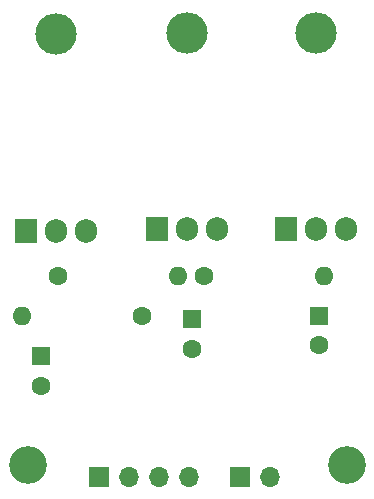
<source format=gbr>
%TF.GenerationSoftware,KiCad,Pcbnew,7.0.0-da2b9df05c~163~ubuntu20.04.1*%
%TF.CreationDate,2023-02-22T20:56:31-05:00*%
%TF.ProjectId,rgb_sw,7267625f-7377-42e6-9b69-6361645f7063,V1.0.0*%
%TF.SameCoordinates,Original*%
%TF.FileFunction,Soldermask,Bot*%
%TF.FilePolarity,Negative*%
%FSLAX46Y46*%
G04 Gerber Fmt 4.6, Leading zero omitted, Abs format (unit mm)*
G04 Created by KiCad (PCBNEW 7.0.0-da2b9df05c~163~ubuntu20.04.1) date 2023-02-22 20:56:31*
%MOMM*%
%LPD*%
G01*
G04 APERTURE LIST*
%ADD10C,3.200000*%
%ADD11C,1.600000*%
%ADD12O,1.600000X1.600000*%
%ADD13O,3.500000X3.500000*%
%ADD14R,1.905000X2.000000*%
%ADD15O,1.905000X2.000000*%
%ADD16O,1.700000X1.700000*%
%ADD17R,1.700000X1.700000*%
%ADD18R,1.600000X1.600000*%
G04 APERTURE END LIST*
D10*
%TO.C,H3*%
X163000000Y-111500000D03*
%TD*%
%TO.C,H1*%
X136000000Y-111500000D03*
%TD*%
D11*
%TO.C,R3*%
X145680000Y-98870000D03*
D12*
X135519999Y-98869999D03*
%TD*%
D11*
%TO.C,R2*%
X150940000Y-95480000D03*
D12*
X161099999Y-95479999D03*
%TD*%
%TO.C,R1*%
X148709999Y-95489999D03*
D11*
X138550000Y-95490000D03*
%TD*%
D13*
%TO.C,Q3*%
X160389999Y-74859999D03*
D14*
X157849999Y-91519999D03*
D15*
X160389999Y-91519999D03*
X162929999Y-91519999D03*
%TD*%
D13*
%TO.C,Q2*%
X149439999Y-74859999D03*
D14*
X146899999Y-91519999D03*
D15*
X149439999Y-91519999D03*
X151979999Y-91519999D03*
%TD*%
D13*
%TO.C,Q1*%
X138409999Y-74979999D03*
D14*
X135869999Y-91639999D03*
D15*
X138409999Y-91639999D03*
X140949999Y-91639999D03*
%TD*%
D16*
%TO.C,J2*%
X149619999Y-112499999D03*
X147079999Y-112499999D03*
X144539999Y-112499999D03*
D17*
X141999999Y-112499999D03*
%TD*%
%TO.C,J1*%
X153999999Y-112499999D03*
D16*
X156539999Y-112499999D03*
%TD*%
D18*
%TO.C,C3*%
X160629999Y-98824887D03*
D11*
X160630000Y-101324888D03*
%TD*%
D18*
%TO.C,C2*%
X149919999Y-99154887D03*
D11*
X149920000Y-101654888D03*
%TD*%
D18*
%TO.C,C1*%
X137099999Y-102274887D03*
D11*
X137100000Y-104774888D03*
%TD*%
M02*

</source>
